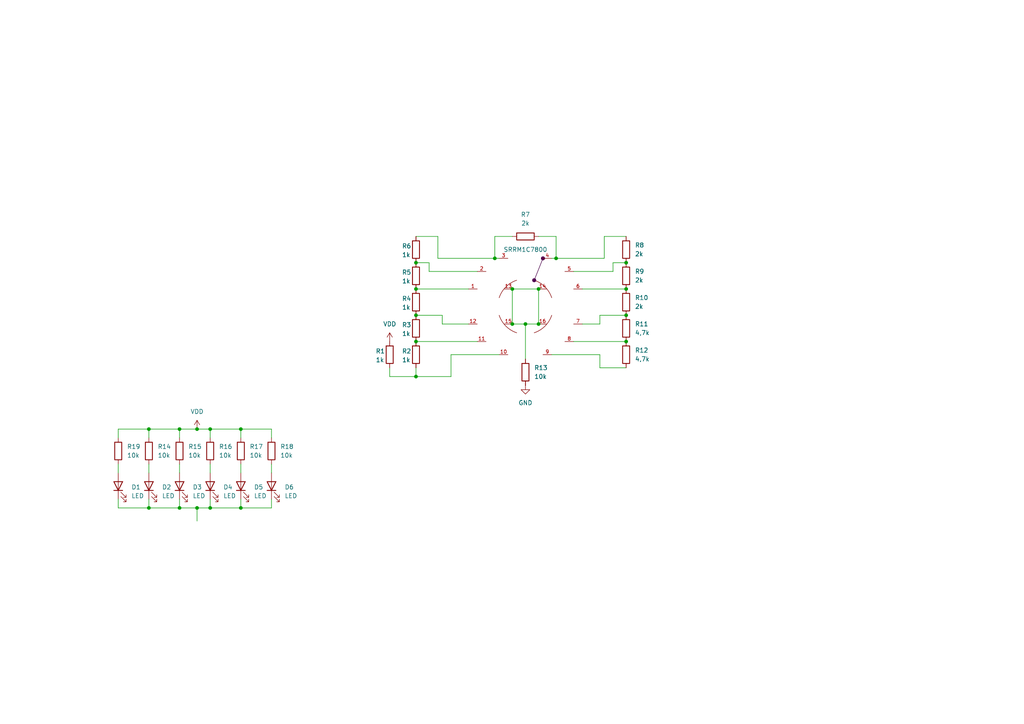
<source format=kicad_sch>
(kicad_sch (version 20250114) (generator "eeschema") (generator_version "9.0")
  (paper "A4")
  (title_block (company "OpenSpare") (comment 1 "SPDX-License-Identifier: CERN-OHL-W-2.0") (comment 2 "© 2025 OpenSpare contributors"))
  (lib_symbols
    (symbol "Device:LED" (pin_numbers (hide yes)) (pin_names (offset 1.016) (hide yes))
      (property "Reference" "D" (at 0 2.54 0))
      (property "Value" "LED" (at 0 -2.54 0))
      (symbol "LED_0_1"
        (polyline (pts (xy -3.048 -0.762) (xy -4.572 -2.286) (xy -3.81 -2.286) (xy -4.572 -2.286) (xy -4.572 -1.524)))
        (polyline (pts (xy -1.778 -0.762) (xy -3.302 -2.286) (xy -2.54 -2.286) (xy -3.302 -2.286) (xy -3.302 -1.524)))
        (polyline (pts (xy -1.27 0) (xy 1.27 0)))
        (polyline (pts (xy -1.27 -1.27) (xy -1.27 1.27)) (stroke (width 0.254)))
        (polyline (pts (xy 1.27 -1.27) (xy 1.27 1.27) (xy -1.27 0) (xy 1.27 -1.27)) (stroke (width 0.254)))
      )
      (symbol "LED_1_1"
        (pin passive line (at -3.81 0 0) (length 2.54) (name "K") (number "1"))
        (pin passive line (at 3.81 0 180) (length 2.54) (name "A") (number "2"))
      )
    )
    (symbol "Device:R" (pin_numbers (hide yes)) (pin_names (offset 0))
      (property "Reference" "R" (at 2.032 0 90))
      (property "Value" "R" (at 0 0 90))
      (symbol "R_0_1"
        (rectangle (start -1.016 -2.54) (end 1.016 2.54) (stroke (width 0.254)))
      )
      (symbol "R_1_1"
        (pin passive line (at 0 3.81 270) (length 1.27) (name "~") (number "1"))
        (pin passive line (at 0 -3.81 90) (length 1.27) (name "~") (number "2"))
      )
    )
    (symbol "OpenSpare_symbols:SRRM1C7800" (pin_names (offset 1.016))
      (property "Value" "SRRM1C7800" (at -73.66 -16.51 0))
      (symbol "SRRM1C7800_0_0"
        (pin passive line (at -83.82 5.08 0) (length 2.54) (name "~") (number "1"))
        (pin passive line (at -83.82 -5.08 0) (length 2.54) (name "~") (number "12"))
        (pin passive line (at -81.28 10.16 0) (length 2.54) (name "~") (number "2"))
        (pin passive line (at -81.28 -10.16 0) (length 2.54) (name "~") (number "11"))
        (pin passive line (at -74.93 13.97 0) (length 2.54) (name "~") (number "3"))
        (pin passive line (at -74.93 -13.97 0) (length 2.54) (name "~") (number "10"))
        (pin passive line (at -59.69 13.97 180) (length 2.54) (name "~") (number "4"))
        (pin passive line (at -59.69 -13.97 180) (length 2.54) (name "~") (number "9"))
        (pin passive line (at -53.34 10.16 180) (length 2.54) (name "~") (number "5"))
        (pin passive line (at -53.34 -10.16 180) (length 2.54) (name "~") (number "8"))
        (pin passive line (at -50.8 5.08 180) (length 2.54) (name "~") (number "6"))
        (pin passive line (at -50.8 -5.08 180) (length 2.54) (name "~") (number "7"))
      )
      (symbol "SRRM1C7800_0_1"
        (arc (start -69.8501 -7.6201) (mid -72.9897 -5.6797) (end -74.9301 -2.5401))
        (arc (start -64.7699 7.6201) (mid -61.6303 5.6797) (end -59.6899 2.5401))
        (arc (start -59.6899 -2.5401) (mid -61.6303 -5.6797) (end -64.7699 -7.6201))
        (arc (start -74.93 2.54) (mid -72.9896 5.6796) (end -69.85 7.62))
      )
      (symbol "SRRM1C7800_1_0"
        (pin passive line (at -71.12 5.08 180) (length 2.3) (name "~") (number "13"))
        (pin passive line (at -71.12 -5.08 180) (length 2.3) (name "~") (number "15"))
        (pin passive line (at -63.5 5.08 0) (length 2.3) (name "~") (number "14"))
        (pin passive line (at -63.5 -5.08 0) (length 2.3) (name "~") (number "16"))
      )
      (symbol "SRRM1C7800_1_1"
        (circle (center -64.77 7.62) (radius 0.5) (stroke (width 0) (color 72 0 72 1)) (fill (type outline)))
        (polyline (pts (xy -64.77 7.62) (xy -62.23 13.97)) (stroke (width 0) (color 72 0 72 1)))
        (circle (center -62.23 13.97) (radius 0.5) (stroke (width 0) (color 72 0 72 1)) (fill (type outline)))
      )
    )
    (symbol "power:GND" (power) (pin_numbers (hide yes)) (pin_names (offset 0) (hide yes))
      (property "Value" "GND" (at 0 -3.81 0))
      (symbol "GND_0_1"
        (polyline (pts (xy 0 0) (xy 0 -1.27) (xy 1.27 -1.27) (xy 0 -2.54) (xy -1.27 -1.27) (xy 0 -1.27)))
      )
      (symbol "GND_1_1"
        (pin power_in line (at 0 0 270) (length 0) (name "~") (number "1"))
      )
    )
    (symbol "power:VDD" (power) (pin_numbers (hide yes)) (pin_names (offset 0) (hide yes))
      (property "Value" "VDD" (at 0 3.556 0))
      (symbol "VDD_0_1"
        (polyline (pts (xy -0.762 1.27) (xy 0 2.54)))
        (polyline (pts (xy 0 2.54) (xy 0.762 1.27)))
        (polyline (pts (xy 0 0) (xy 0 2.54)))
      )
      (symbol "VDD_1_1"
        (pin power_in line (at 0 0 90) (length 0) (name "~") (number "1"))
      )
    )
  )
  (junction (at 148.59 83.82))
  (junction (at 143.51 74.93))
  (junction (at 60.96 124.46))
  (junction (at 69.85 147.32))
  (junction (at 152.4 93.98))
  (junction (at 69.85 124.46))
  (junction (at 60.96 147.32))
  (junction (at 52.07 147.32))
  (junction (at 156.21 93.98))
  (junction (at 120.65 91.44))
  (junction (at 120.65 83.82))
  (junction (at 148.59 93.98))
  (junction (at 181.61 76.2))
  (junction (at 156.21 83.82))
  (junction (at 57.15 147.32))
  (junction (at 181.61 91.44))
  (junction (at 120.65 76.2))
  (junction (at 161.29 74.93))
  (junction (at 120.65 99.06))
  (junction (at 52.07 124.46))
  (junction (at 181.61 99.06))
  (junction (at 43.18 124.46))
  (junction (at 57.15 124.46))
  (junction (at 43.18 147.32))
  (junction (at 181.61 83.82))
  (junction (at 120.65 109.22))
  (wire (pts (xy 168.91 83.82) (xy 181.61 83.82)))
  (wire (pts (xy 173.99 102.87) (xy 173.99 106.68)))
  (wire (pts (xy 128.27 93.98) (xy 128.27 91.44)))
  (wire (pts (xy 148.59 93.98) (xy 152.4 93.98)))
  (wire (pts (xy 148.59 83.82) (xy 156.21 83.82)))
  (wire (pts (xy 173.99 91.44) (xy 181.61 91.44)))
  (wire (pts (xy 34.29 134.62) (xy 34.29 137.16)))
  (wire (pts (xy 69.85 144.78) (xy 69.85 147.32)))
  (wire (pts (xy 52.07 147.32) (xy 57.15 147.32)))
  (wire (pts (xy 43.18 124.46) (xy 52.07 124.46)))
  (wire (pts (xy 43.18 144.78) (xy 43.18 147.32)))
  (wire (pts (xy 43.18 134.62) (xy 43.18 137.16)))
  (wire (pts (xy 34.29 127) (xy 34.29 124.46)))
  (wire (pts (xy 166.37 99.06) (xy 181.61 99.06)))
  (wire (pts (xy 78.74 134.62) (xy 78.74 137.16)))
  (wire (pts (xy 161.29 74.93) (xy 160.02 74.93)))
  (wire (pts (xy 143.51 68.58) (xy 143.51 74.93)))
  (wire (pts (xy 57.15 147.32) (xy 60.96 147.32)))
  (wire (pts (xy 152.4 93.98) (xy 156.21 93.98)))
  (wire (pts (xy 120.65 99.06) (xy 138.43 99.06)))
  (wire (pts (xy 69.85 147.32) (xy 78.74 147.32)))
  (wire (pts (xy 69.85 124.46) (xy 69.85 127)))
  (wire (pts (xy 60.96 144.78) (xy 60.96 147.32)))
  (wire (pts (xy 181.61 68.58) (xy 175.26 68.58)))
  (wire (pts (xy 78.74 147.32) (xy 78.74 144.78)))
  (wire (pts (xy 175.26 68.58) (xy 175.26 74.93)))
  (wire (pts (xy 34.29 147.32) (xy 43.18 147.32)))
  (wire (pts (xy 127 74.93) (xy 127 68.58)))
  (wire (pts (xy 78.74 124.46) (xy 78.74 127)))
  (wire (pts (xy 60.96 134.62) (xy 60.96 137.16)))
  (wire (pts (xy 152.4 93.98) (xy 152.4 104.14)))
  (wire (pts (xy 138.43 78.74) (xy 124.46 78.74)))
  (wire (pts (xy 124.46 78.74) (xy 124.46 76.2)))
  (wire (pts (xy 52.07 134.62) (xy 52.07 137.16)))
  (wire (pts (xy 34.29 144.78) (xy 34.29 147.32)))
  (wire (pts (xy 135.89 93.98) (xy 128.27 93.98)))
  (wire (pts (xy 60.96 147.32) (xy 69.85 147.32)))
  (wire (pts (xy 43.18 124.46) (xy 43.18 127)))
  (wire (pts (xy 161.29 68.58) (xy 161.29 74.93)))
  (wire (pts (xy 57.15 124.46) (xy 60.96 124.46)))
  (wire (pts (xy 130.81 102.87) (xy 130.81 109.22)))
  (wire (pts (xy 175.26 74.93) (xy 161.29 74.93)))
  (wire (pts (xy 113.03 106.68) (xy 113.03 109.22)))
  (wire (pts (xy 52.07 124.46) (xy 52.07 127)))
  (wire (pts (xy 156.21 68.58) (xy 161.29 68.58)))
  (wire (pts (xy 113.03 109.22) (xy 120.65 109.22)))
  (wire (pts (xy 173.99 106.68) (xy 181.61 106.68)))
  (wire (pts (xy 143.51 68.58) (xy 148.59 68.58)))
  (wire (pts (xy 173.99 93.98) (xy 173.99 91.44)))
  (wire (pts (xy 69.85 124.46) (xy 78.74 124.46)))
  (wire (pts (xy 128.27 91.44) (xy 120.65 91.44)))
  (wire (pts (xy 160.02 102.87) (xy 173.99 102.87)))
  (wire (pts (xy 156.21 83.82) (xy 156.21 93.98)))
  (wire (pts (xy 34.29 124.46) (xy 43.18 124.46)))
  (wire (pts (xy 168.91 93.98) (xy 173.99 93.98)))
  (wire (pts (xy 177.8 78.74) (xy 177.8 76.2)))
  (wire (pts (xy 69.85 134.62) (xy 69.85 137.16)))
  (wire (pts (xy 57.15 147.32) (xy 57.15 151.13)))
  (wire (pts (xy 166.37 78.74) (xy 177.8 78.74)))
  (wire (pts (xy 130.81 102.87) (xy 144.78 102.87)))
  (wire (pts (xy 52.07 124.46) (xy 57.15 124.46)))
  (wire (pts (xy 120.65 109.22) (xy 120.65 106.68)))
  (wire (pts (xy 127 68.58) (xy 120.65 68.58)))
  (wire (pts (xy 60.96 124.46) (xy 69.85 124.46)))
  (wire (pts (xy 60.96 124.46) (xy 60.96 127)))
  (wire (pts (xy 177.8 76.2) (xy 181.61 76.2)))
  (wire (pts (xy 52.07 144.78) (xy 52.07 147.32)))
  (wire (pts (xy 43.18 147.32) (xy 52.07 147.32)))
  (wire (pts (xy 130.81 109.22) (xy 120.65 109.22)))
  (wire (pts (xy 144.78 74.93) (xy 143.51 74.93)))
  (wire (pts (xy 124.46 76.2) (xy 120.65 76.2)))
  (wire (pts (xy 120.65 83.82) (xy 135.89 83.82)))
  (wire (pts (xy 143.51 74.93) (xy 127 74.93)))
  (wire (pts (xy 148.59 83.82) (xy 148.59 93.98)))
  (symbol (lib_id "Device:R") (at 43.18 130.81 180) (unit 1)
    (property "Reference" "R14" (at 45.72 129.5399 0) (effects (justify right)))
    (property "Value" "10k" (at 45.72 132.0799 0) (effects (justify right)))
    (property "Footprint" "Resistor_SMD:R_0603_1608Metric" (effects (hide yes)))
    (property "Description" "Resistor" (effects (hide yes)))
  )
  (symbol (lib_id "Device:LED") (at 34.29 140.97 90) (unit 1)
    (property "Reference" "D1" (at 38.1 141.2874 90) (effects (justify right)))
    (property "Value" "LED" (at 38.1 143.8274 90) (effects (justify right)))
    (property "Footprint" "LED_THT:LED_D3.0mm" (effects (hide yes)))
    (property "Description" "Light emitting diode" (effects (hide yes)))
    (property "Sim.Pins" "1=K 2=A" (effects (hide yes)))
  )
  (symbol (lib_id "OpenSpare_symbols:SRRM1C7800") (at 219.71 88.9 0) (unit 1)
    (property "Reference" "S1" (effects (hide yes)))
    (property "Value" "SRRM1C7800" (at 152.4 72.39 0))
    (property "Footprint" "OpenSpare_footprints:SW_SRRM1C7800" (effects (hide yes)))
    (property "MF" "ALPS" (effects (hide yes)))
    (property "MAXIMUM_PACKAGE_HEIGHT" "35.70 mm" (effects (hide yes)))
    (property "Package" "None" (effects (hide yes)))
    (property "Price" "None" (effects (hide yes)))
    (property "Check_prices" "https://www.snapeda.com/parts/SRRM1C7800/ALPS/view-part/?ref=eda" (effects (hide yes)))
    (property "STANDARD" "Manufacturer Recommendations" (effects (hide yes)))
    (property "PARTREV" "N/A" (effects (hide yes)))
    (property "SnapEDA_Link" "https://www.snapeda.com/parts/SRRM1C7800/ALPS/view-part/?ref=snap" (effects (hide yes)))
    (property "MP" "SRRM1C7800" (effects (hide yes)))
    (property "Description_1" "Switch Rotary SP12T 12 Flatted Shaft PC Pins 0.25A 30VDC Bulk" (effects (hide yes)))
    (property "Availability" "In Stock" (effects (hide yes)))
    (property "MANUFACTURER" "ALPS" (effects (hide yes)))
  )
  (symbol (lib_id "Device:R") (at 181.61 72.39 0) (unit 1)
    (property "Reference" "R8" (at 184.15 71.1199 0) (effects (justify left)))
    (property "Value" "2k" (at 184.15 73.6599 0) (effects (justify left)))
    (property "Footprint" "Resistor_SMD:R_0603_1608Metric" (effects (hide yes)))
    (property "Description" "Resistor" (effects (hide yes)))
  )
  (symbol (lib_id "Device:R") (at 78.74 130.81 180) (unit 1)
    (property "Reference" "R18" (at 81.28 129.5399 0) (effects (justify right)))
    (property "Value" "10k" (at 81.28 132.0799 0) (effects (justify right)))
    (property "Footprint" "Resistor_SMD:R_0603_1608Metric" (effects (hide yes)))
    (property "Description" "Resistor" (effects (hide yes)))
  )
  (symbol (lib_id "Device:LED") (at 78.74 140.97 90) (unit 1)
    (property "Reference" "D6" (at 82.55 141.2874 90) (effects (justify right)))
    (property "Value" "LED" (at 82.55 143.8274 90) (effects (justify right)))
    (property "Footprint" "LED_THT:LED_D3.0mm" (effects (hide yes)))
    (property "Description" "Light emitting diode" (effects (hide yes)))
    (property "Sim.Pins" "1=K 2=A" (effects (hide yes)))
  )
  (symbol (lib_id "Device:R") (at 152.4 107.95 0) (unit 1)
    (property "Reference" "R13" (at 154.94 106.6799 0) (effects (justify left)))
    (property "Value" "10k" (at 154.94 109.2199 0) (effects (justify left)))
    (property "Footprint" "Resistor_SMD:R_0603_1608Metric" (effects (hide yes)))
    (property "Description" "Resistor" (effects (hide yes)))
  )
  (symbol (lib_id "power:VDD") (at 113.03 99.06 0) (unit 1)
    (property "Reference" "#PWR01" (effects (hide yes)))
    (property "Value" "VDD" (at 113.03 93.98 0))
    (property "Description" "Power symbol creates a global label with name \"VDD\"" (effects (hide yes)))
  )
  (symbol (lib_id "Device:R") (at 181.61 80.01 0) (unit 1)
    (property "Reference" "R9" (at 184.15 78.7399 0) (effects (justify left)))
    (property "Value" "2k" (at 184.15 81.2799 0) (effects (justify left)))
    (property "Footprint" "Resistor_SMD:R_0603_1608Metric" (effects (hide yes)))
    (property "Description" "Resistor" (effects (hide yes)))
  )
  (symbol (lib_id "Device:LED") (at 43.18 140.97 90) (unit 1)
    (property "Reference" "D2" (at 46.99 141.2874 90) (effects (justify right)))
    (property "Value" "LED" (at 46.99 143.8274 90) (effects (justify right)))
    (property "Footprint" "LED_THT:LED_D3.0mm" (effects (hide yes)))
    (property "Description" "Light emitting diode" (effects (hide yes)))
    (property "Sim.Pins" "1=K 2=A" (effects (hide yes)))
  )
  (symbol (lib_id "Device:R") (at 120.65 80.01 0) (unit 1)
    (property "Reference" "R5" (at 116.586 78.994 0) (effects (justify left)))
    (property "Value" "1k" (at 116.586 81.534 0) (effects (justify left)))
    (property "Footprint" "Resistor_SMD:R_0603_1608Metric" (effects (hide yes)))
    (property "Description" "Resistor" (effects (hide yes)))
  )
  (symbol (lib_id "power:VDD") (at 57.15 124.46 0) (unit 1)
    (property "Reference" "#PWR03" (effects (hide yes)))
    (property "Value" "VDD" (at 57.15 119.38 0))
    (property "Description" "Power symbol creates a global label with name \"VDD\"" (effects (hide yes)))
  )
  (symbol (lib_id "Device:LED") (at 52.07 140.97 90) (unit 1)
    (property "Reference" "D3" (at 55.88 141.2874 90) (effects (justify right)))
    (property "Value" "LED" (at 55.88 143.8274 90) (effects (justify right)))
    (property "Footprint" "LED_THT:LED_D3.0mm" (effects (hide yes)))
    (property "Description" "Light emitting diode" (effects (hide yes)))
    (property "Sim.Pins" "1=K 2=A" (effects (hide yes)))
  )
  (symbol (lib_id "Device:LED") (at 60.96 140.97 90) (unit 1)
    (property "Reference" "D4" (at 64.77 141.2874 90) (effects (justify right)))
    (property "Value" "LED" (at 64.77 143.8274 90) (effects (justify right)))
    (property "Footprint" "LED_THT:LED_D3.0mm" (effects (hide yes)))
    (property "Description" "Light emitting diode" (effects (hide yes)))
    (property "Sim.Pins" "1=K 2=A" (effects (hide yes)))
  )
  (symbol (lib_id "Device:R") (at 120.65 102.87 0) (unit 1)
    (property "Reference" "R2" (at 116.586 101.854 0) (effects (justify left)))
    (property "Value" "1k" (at 116.586 104.394 0) (effects (justify left)))
    (property "Footprint" "Resistor_SMD:R_0603_1608Metric" (effects (hide yes)))
    (property "Description" "Resistor" (effects (hide yes)))
  )
  (symbol (lib_id "Device:R") (at 120.65 87.63 0) (unit 1)
    (property "Reference" "R4" (at 116.586 86.614 0) (effects (justify left)))
    (property "Value" "1k" (at 116.586 89.154 0) (effects (justify left)))
    (property "Footprint" "Resistor_SMD:R_0603_1608Metric" (effects (hide yes)))
    (property "Description" "Resistor" (effects (hide yes)))
  )
  (symbol (lib_id "Device:R") (at 120.65 95.25 0) (unit 1)
    (property "Reference" "R3" (at 116.586 94.234 0) (effects (justify left)))
    (property "Value" "1k" (at 116.586 96.774 0) (effects (justify left)))
    (property "Footprint" "Resistor_SMD:R_0603_1608Metric" (effects (hide yes)))
    (property "Description" "Resistor" (effects (hide yes)))
  )
  (symbol (lib_id "Device:R") (at 152.4 68.58 90) (unit 1)
    (property "Reference" "R7" (at 152.4 62.23 90))
    (property "Value" "2k" (at 152.4 64.77 90))
    (property "Footprint" "Resistor_SMD:R_0603_1608Metric" (effects (hide yes)))
    (property "Description" "Resistor" (effects (hide yes)))
  )
  (symbol (lib_id "Device:R") (at 69.85 130.81 180) (unit 1)
    (property "Reference" "R17" (at 72.39 129.5399 0) (effects (justify right)))
    (property "Value" "10k" (at 72.39 132.0799 0) (effects (justify right)))
    (property "Footprint" "Resistor_SMD:R_0603_1608Metric" (effects (hide yes)))
    (property "Description" "Resistor" (effects (hide yes)))
  )
  (symbol (lib_id "Device:R") (at 181.61 87.63 0) (unit 1)
    (property "Reference" "R10" (at 184.15 86.3599 0) (effects (justify left)))
    (property "Value" "2k" (at 184.15 88.8999 0) (effects (justify left)))
    (property "Footprint" "Resistor_SMD:R_0603_1608Metric" (effects (hide yes)))
    (property "Description" "Resistor" (effects (hide yes)))
  )
  (symbol (lib_id "Device:LED") (at 69.85 140.97 90) (unit 1)
    (property "Reference" "D5" (at 73.66 141.2874 90) (effects (justify right)))
    (property "Value" "LED" (at 73.66 143.8274 90) (effects (justify right)))
    (property "Footprint" "LED_THT:LED_D3.0mm" (effects (hide yes)))
    (property "Description" "Light emitting diode" (effects (hide yes)))
    (property "Sim.Pins" "1=K 2=A" (effects (hide yes)))
  )
  (symbol (lib_id "Device:R") (at 34.29 130.81 180) (unit 1)
    (property "Reference" "R19" (at 36.83 129.5399 0) (effects (justify right)))
    (property "Value" "10k" (at 36.83 132.0799 0) (effects (justify right)))
    (property "Footprint" "Resistor_SMD:R_0603_1608Metric" (effects (hide yes)))
    (property "Description" "Resistor" (effects (hide yes)))
  )
  (symbol (lib_id "power:GND") (at 152.4 111.76 0) (unit 1)
    (property "Reference" "#PWR02" (effects (hide yes)))
    (property "Value" "GND" (at 152.4 116.84 0))
    (property "Description" "Power symbol creates a global label with name \"GND\" , ground" (effects (hide yes)))
  )
  (symbol (lib_id "Device:R") (at 52.07 130.81 180) (unit 1)
    (property "Reference" "R15" (at 54.61 129.5399 0) (effects (justify right)))
    (property "Value" "10k" (at 54.61 132.0799 0) (effects (justify right)))
    (property "Footprint" "Resistor_SMD:R_0603_1608Metric" (effects (hide yes)))
    (property "Description" "Resistor" (effects (hide yes)))
  )
  (symbol (lib_id "Device:R") (at 181.61 102.87 0) (unit 1)
    (property "Reference" "R12" (at 184.15 101.5999 0) (effects (justify left)))
    (property "Value" "4,7k" (at 184.15 104.1399 0) (effects (justify left)))
    (property "Footprint" "Resistor_SMD:R_0603_1608Metric" (effects (hide yes)))
    (property "Description" "Resistor" (effects (hide yes)))
  )
  (symbol (lib_id "Device:R") (at 113.03 102.87 180) (unit 1)
    (property "Reference" "R1" (at 108.966 101.854 0) (effects (justify right)))
    (property "Value" "1k" (at 108.966 104.394 0) (effects (justify right)))
    (property "Footprint" "Resistor_SMD:R_0603_1608Metric" (effects (hide yes)))
    (property "Description" "Resistor" (effects (hide yes)))
  )
  (symbol (lib_id "Device:R") (at 181.61 95.25 0) (unit 1)
    (property "Reference" "R11" (at 184.15 93.9799 0) (effects (justify left)))
    (property "Value" "4,7k" (at 184.15 96.5199 0) (effects (justify left)))
    (property "Footprint" "Resistor_SMD:R_0603_1608Metric" (effects (hide yes)))
    (property "Description" "Resistor" (effects (hide yes)))
  )
  (symbol (lib_id "Device:R") (at 60.96 130.81 180) (unit 1)
    (property "Reference" "R16" (at 63.5 129.5399 0) (effects (justify right)))
    (property "Value" "10k" (at 63.5 132.0799 0) (effects (justify right)))
    (property "Footprint" "Resistor_SMD:R_0603_1608Metric" (effects (hide yes)))
    (property "Description" "Resistor" (effects (hide yes)))
  )
  (symbol (lib_id "Device:R") (at 120.65 72.39 0) (unit 1)
    (property "Reference" "R6" (at 116.586 71.374 0) (effects (justify left)))
    (property "Value" "1k" (at 116.586 73.914 0) (effects (justify left)))
    (property "Footprint" "Resistor_SMD:R_0603_1608Metric" (effects (hide yes)))
    (property "Description" "Resistor" (effects (hide yes)))
  )
)
</source>
